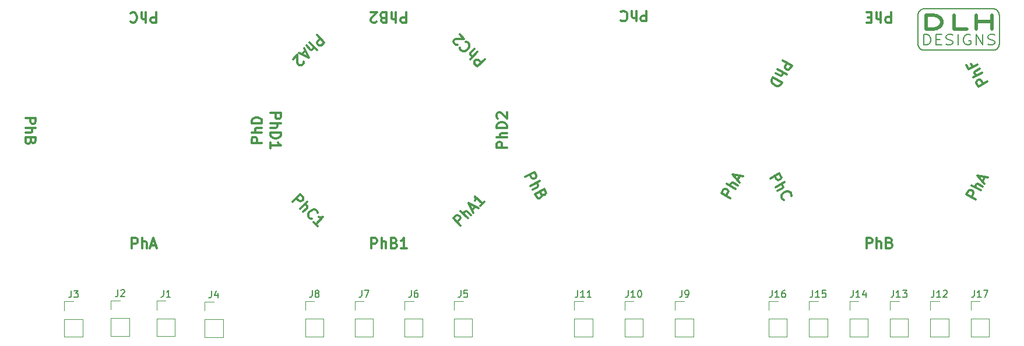
<source format=gbr>
%TF.GenerationSoftware,KiCad,Pcbnew,(6.0.5)*%
%TF.CreationDate,2022-07-10T09:12:34-07:00*%
%TF.ProjectId,micro-motor-proto-01,6d696372-6f2d-46d6-9f74-6f722d70726f,rev?*%
%TF.SameCoordinates,Original*%
%TF.FileFunction,Legend,Top*%
%TF.FilePolarity,Positive*%
%FSLAX46Y46*%
G04 Gerber Fmt 4.6, Leading zero omitted, Abs format (unit mm)*
G04 Created by KiCad (PCBNEW (6.0.5)) date 2022-07-10 09:12:34*
%MOMM*%
%LPD*%
G01*
G04 APERTURE LIST*
%ADD10C,0.198742*%
%ADD11C,0.500000*%
%ADD12C,0.150000*%
%ADD13C,0.300000*%
%ADD14C,0.120000*%
G04 APERTURE END LIST*
D10*
X161543440Y-32299762D02*
X161543440Y-32299762D01*
X161543440Y-32299762D02*
X161543440Y-32299762D01*
X161498222Y-32300967D02*
X161543440Y-32299762D01*
X161453598Y-32304543D02*
X161498222Y-32300967D01*
X161409623Y-32310431D02*
X161453598Y-32304543D01*
X161366352Y-32318574D02*
X161409623Y-32310431D01*
X161323840Y-32328914D02*
X161366352Y-32318574D01*
X161282142Y-32341391D02*
X161323840Y-32328914D01*
X161241314Y-32355949D02*
X161282142Y-32341391D01*
X161201411Y-32372528D02*
X161241314Y-32355949D01*
X161162488Y-32391071D02*
X161201411Y-32372528D01*
X161124600Y-32411519D02*
X161162488Y-32391071D01*
X161087803Y-32433815D02*
X161124600Y-32411519D01*
X161052152Y-32457900D02*
X161087803Y-32433815D01*
X161017701Y-32483715D02*
X161052152Y-32457900D01*
X160984507Y-32511204D02*
X161017701Y-32483715D01*
X160952624Y-32540306D02*
X160984507Y-32511204D01*
X160922107Y-32570966D02*
X160952624Y-32540306D01*
X160893012Y-32603123D02*
X160922107Y-32570966D01*
X160865394Y-32636721D02*
X160893012Y-32603123D01*
X160839308Y-32671700D02*
X160865394Y-32636721D01*
X160814810Y-32708003D02*
X160839308Y-32671700D01*
X160791954Y-32745572D02*
X160814810Y-32708003D01*
X160770797Y-32784348D02*
X160791954Y-32745572D01*
X160751392Y-32824273D02*
X160770797Y-32784348D01*
X160733795Y-32865289D02*
X160751392Y-32824273D01*
X160718062Y-32907337D02*
X160733795Y-32865289D01*
X160704247Y-32950361D02*
X160718062Y-32907337D01*
X160692406Y-32994300D02*
X160704247Y-32950361D01*
X160682595Y-33039098D02*
X160692406Y-32994300D01*
X160674867Y-33084696D02*
X160682595Y-33039098D01*
X160669279Y-33131036D02*
X160674867Y-33084696D01*
X160665886Y-33178060D02*
X160669279Y-33131036D01*
X160664743Y-33225709D02*
X160665886Y-33178060D01*
X160664743Y-33225709D02*
X160664743Y-33225709D01*
X160664743Y-37386292D02*
X160664743Y-33225709D01*
X160664743Y-37386292D02*
X160664743Y-37386292D01*
X160665886Y-37433941D02*
X160664743Y-37386292D01*
X160669279Y-37480965D02*
X160665886Y-37433941D01*
X160674867Y-37527305D02*
X160669279Y-37480965D01*
X160682595Y-37572903D02*
X160674867Y-37527305D01*
X160692406Y-37617701D02*
X160682595Y-37572903D01*
X160704247Y-37661641D02*
X160692406Y-37617701D01*
X160718062Y-37704664D02*
X160704247Y-37661641D01*
X160733795Y-37746713D02*
X160718062Y-37704664D01*
X160751392Y-37787729D02*
X160733795Y-37746713D01*
X160770797Y-37827654D02*
X160751392Y-37787729D01*
X160791954Y-37866430D02*
X160770797Y-37827654D01*
X160814810Y-37903998D02*
X160791954Y-37866430D01*
X160839308Y-37940301D02*
X160814810Y-37903998D01*
X160865394Y-37975281D02*
X160839308Y-37940301D01*
X160893012Y-38008878D02*
X160865394Y-37975281D01*
X160922107Y-38041036D02*
X160893012Y-38008878D01*
X160952624Y-38071695D02*
X160922107Y-38041036D01*
X160984507Y-38100798D02*
X160952624Y-38071695D01*
X161017701Y-38128287D02*
X160984507Y-38100798D01*
X161052152Y-38154102D02*
X161017701Y-38128287D01*
X161087803Y-38178187D02*
X161052152Y-38154102D01*
X161124600Y-38200483D02*
X161087803Y-38178187D01*
X161162488Y-38220931D02*
X161124600Y-38200483D01*
X161201411Y-38239474D02*
X161162488Y-38220931D01*
X161241314Y-38256053D02*
X161201411Y-38239474D01*
X161282142Y-38270611D02*
X161241314Y-38256053D01*
X161323840Y-38283088D02*
X161282142Y-38270611D01*
X161366352Y-38293427D02*
X161323840Y-38283088D01*
X161409623Y-38301570D02*
X161366352Y-38293427D01*
X161453598Y-38307459D02*
X161409623Y-38301570D01*
X161498222Y-38311035D02*
X161453598Y-38307459D01*
X161543440Y-38312239D02*
X161498222Y-38311035D01*
X161543440Y-38312239D02*
X161543440Y-38312239D01*
X171587301Y-38312239D02*
X161543440Y-38312239D01*
X171587301Y-38312239D02*
X171587301Y-38312239D01*
X171632519Y-38311035D02*
X171587301Y-38312239D01*
X171677143Y-38307459D02*
X171632519Y-38311035D01*
X171721119Y-38301570D02*
X171677143Y-38307459D01*
X171764390Y-38293427D02*
X171721119Y-38301570D01*
X171806902Y-38283088D02*
X171764390Y-38293427D01*
X171848600Y-38270611D02*
X171806902Y-38283088D01*
X171889428Y-38256053D02*
X171848600Y-38270611D01*
X171929331Y-38239474D02*
X171889428Y-38256053D01*
X171968254Y-38220931D02*
X171929331Y-38239474D01*
X172006141Y-38200483D02*
X171968254Y-38220931D01*
X172042939Y-38178187D02*
X172006141Y-38200483D01*
X172078590Y-38154102D02*
X172042939Y-38178187D01*
X172113041Y-38128287D02*
X172078590Y-38154102D01*
X172146235Y-38100798D02*
X172113041Y-38128287D01*
X172178119Y-38071695D02*
X172146235Y-38100798D01*
X172208635Y-38041036D02*
X172178119Y-38071695D01*
X172237730Y-38008878D02*
X172208635Y-38041036D01*
X172265348Y-37975281D02*
X172237730Y-38008878D01*
X172291434Y-37940301D02*
X172265348Y-37975281D01*
X172315932Y-37903998D02*
X172291434Y-37940301D01*
X172338788Y-37866430D02*
X172315932Y-37903998D01*
X172359946Y-37827654D02*
X172338788Y-37866430D01*
X172379351Y-37787729D02*
X172359946Y-37827654D01*
X172396947Y-37746713D02*
X172379351Y-37787729D01*
X172412681Y-37704664D02*
X172396947Y-37746713D01*
X172426495Y-37661641D02*
X172412681Y-37704664D01*
X172438336Y-37617701D02*
X172426495Y-37661641D01*
X172448148Y-37572903D02*
X172438336Y-37617701D01*
X172455875Y-37527305D02*
X172448148Y-37572903D01*
X172461463Y-37480965D02*
X172455875Y-37527305D01*
X172464856Y-37433941D02*
X172461463Y-37480965D01*
X172466000Y-37386292D02*
X172464856Y-37433941D01*
X172466000Y-37386292D02*
X172466000Y-37386292D01*
X172466000Y-33225709D02*
X172466000Y-37386292D01*
X172466000Y-33225709D02*
X172466000Y-33225709D01*
X172464856Y-33178060D02*
X172466000Y-33225709D01*
X172461463Y-33131036D02*
X172464856Y-33178060D01*
X172455875Y-33084696D02*
X172461463Y-33131036D01*
X172448148Y-33039098D02*
X172455875Y-33084696D01*
X172438336Y-32994300D02*
X172448148Y-33039098D01*
X172426495Y-32950361D02*
X172438336Y-32994300D01*
X172412681Y-32907337D02*
X172426495Y-32950361D01*
X172396947Y-32865289D02*
X172412681Y-32907337D01*
X172379351Y-32824273D02*
X172396947Y-32865289D01*
X172359946Y-32784348D02*
X172379351Y-32824273D01*
X172338788Y-32745572D02*
X172359946Y-32784348D01*
X172315932Y-32708003D02*
X172338788Y-32745572D01*
X172291434Y-32671700D02*
X172315932Y-32708003D01*
X172265348Y-32636721D02*
X172291434Y-32671700D01*
X172237730Y-32603123D02*
X172265348Y-32636721D01*
X172208635Y-32570966D02*
X172237730Y-32603123D01*
X172178119Y-32540306D02*
X172208635Y-32570966D01*
X172146235Y-32511204D02*
X172178119Y-32540306D01*
X172113041Y-32483715D02*
X172146235Y-32511204D01*
X172078590Y-32457900D02*
X172113041Y-32483715D01*
X172042939Y-32433815D02*
X172078590Y-32457900D01*
X172006141Y-32411519D02*
X172042939Y-32433815D01*
X171968254Y-32391071D02*
X172006141Y-32411519D01*
X171929331Y-32372528D02*
X171968254Y-32391071D01*
X171889428Y-32355949D02*
X171929331Y-32372528D01*
X171848600Y-32341391D02*
X171889428Y-32355949D01*
X171806902Y-32328914D02*
X171848600Y-32341391D01*
X171764390Y-32318574D02*
X171806902Y-32328914D01*
X171721119Y-32310431D02*
X171764390Y-32318574D01*
X171677143Y-32304543D02*
X171721119Y-32310431D01*
X171632519Y-32300967D02*
X171677143Y-32304543D01*
X171587301Y-32299762D02*
X171632519Y-32300967D01*
X171587301Y-32299762D02*
X171587301Y-32299762D01*
X161543440Y-32299762D02*
X171587301Y-32299762D01*
D11*
X161861535Y-35236523D02*
X161861535Y-33236523D01*
X162813916Y-33236523D01*
X163385344Y-33331762D01*
X163766297Y-33522238D01*
X163956773Y-33712714D01*
X164147249Y-34093666D01*
X164147249Y-34379381D01*
X163956773Y-34760333D01*
X163766297Y-34950809D01*
X163385344Y-35141285D01*
X162813916Y-35236523D01*
X161861535Y-35236523D01*
X167766297Y-35236523D02*
X165861535Y-35236523D01*
X165861535Y-33236523D01*
X169099630Y-35236523D02*
X169099630Y-33236523D01*
X169099630Y-34188904D02*
X171385344Y-34188904D01*
X171385344Y-35236523D02*
X171385344Y-33236523D01*
D12*
X161498440Y-37550333D02*
X161498440Y-36050333D01*
X161915106Y-36050333D01*
X162165106Y-36121762D01*
X162331773Y-36264619D01*
X162415106Y-36407476D01*
X162498440Y-36693190D01*
X162498440Y-36907476D01*
X162415106Y-37193190D01*
X162331773Y-37336047D01*
X162165106Y-37478904D01*
X161915106Y-37550333D01*
X161498440Y-37550333D01*
X163248440Y-36764619D02*
X163831773Y-36764619D01*
X164081773Y-37550333D02*
X163248440Y-37550333D01*
X163248440Y-36050333D01*
X164081773Y-36050333D01*
X164748440Y-37478904D02*
X164998440Y-37550333D01*
X165415106Y-37550333D01*
X165581773Y-37478904D01*
X165665106Y-37407476D01*
X165748440Y-37264619D01*
X165748440Y-37121762D01*
X165665106Y-36978904D01*
X165581773Y-36907476D01*
X165415106Y-36836047D01*
X165081773Y-36764619D01*
X164915106Y-36693190D01*
X164831773Y-36621762D01*
X164748440Y-36478904D01*
X164748440Y-36336047D01*
X164831773Y-36193190D01*
X164915106Y-36121762D01*
X165081773Y-36050333D01*
X165498440Y-36050333D01*
X165748440Y-36121762D01*
X166498440Y-37550333D02*
X166498440Y-36050333D01*
X168248440Y-36121762D02*
X168081773Y-36050333D01*
X167831773Y-36050333D01*
X167581773Y-36121762D01*
X167415106Y-36264619D01*
X167331773Y-36407476D01*
X167248440Y-36693190D01*
X167248440Y-36907476D01*
X167331773Y-37193190D01*
X167415106Y-37336047D01*
X167581773Y-37478904D01*
X167831773Y-37550333D01*
X167998440Y-37550333D01*
X168248440Y-37478904D01*
X168331773Y-37407476D01*
X168331773Y-36907476D01*
X167998440Y-36907476D01*
X169081773Y-37550333D02*
X169081773Y-36050333D01*
X170081773Y-37550333D01*
X170081773Y-36050333D01*
X170831773Y-37478904D02*
X171081773Y-37550333D01*
X171498440Y-37550333D01*
X171665106Y-37478904D01*
X171748440Y-37407476D01*
X171831773Y-37264619D01*
X171831773Y-37121762D01*
X171748440Y-36978904D01*
X171665106Y-36907476D01*
X171498440Y-36836047D01*
X171165106Y-36764619D01*
X170998440Y-36693190D01*
X170915106Y-36621762D01*
X170831773Y-36478904D01*
X170831773Y-36336047D01*
X170915106Y-36193190D01*
X170998440Y-36121762D01*
X171165106Y-36050333D01*
X171581773Y-36050333D01*
X171831773Y-36121762D01*
D13*
X94203264Y-63864343D02*
X93142603Y-62803683D01*
X93546664Y-62399622D01*
X93698187Y-62349114D01*
X93799203Y-62349114D01*
X93950725Y-62399622D01*
X94102248Y-62551145D01*
X94152756Y-62702668D01*
X94152756Y-62803683D01*
X94102248Y-62955206D01*
X93698187Y-63359267D01*
X95263924Y-62803683D02*
X94203264Y-61743023D01*
X95718492Y-62349114D02*
X95162909Y-61793531D01*
X95011386Y-61743023D01*
X94859863Y-61793531D01*
X94708340Y-61945053D01*
X94657832Y-62096576D01*
X94657832Y-62197592D01*
X95870015Y-61591500D02*
X96375092Y-61086424D01*
X96072046Y-61995561D02*
X95364939Y-60581348D01*
X96779153Y-61288454D01*
X97688290Y-60379317D02*
X97082198Y-60985409D01*
X97385244Y-60682363D02*
X96324584Y-59621703D01*
X96375092Y-59874241D01*
X96375092Y-60076271D01*
X96324584Y-60227794D01*
X121221538Y-32602669D02*
X121221538Y-34102669D01*
X120650110Y-34102669D01*
X120507252Y-34031241D01*
X120435824Y-33959812D01*
X120364395Y-33816955D01*
X120364395Y-33602669D01*
X120435824Y-33459812D01*
X120507252Y-33388383D01*
X120650110Y-33316955D01*
X121221538Y-33316955D01*
X119721538Y-32602669D02*
X119721538Y-34102669D01*
X119078681Y-32602669D02*
X119078681Y-33388383D01*
X119150110Y-33531241D01*
X119292967Y-33602669D01*
X119507252Y-33602669D01*
X119650110Y-33531241D01*
X119721538Y-33459812D01*
X117507252Y-32745526D02*
X117578681Y-32674098D01*
X117792967Y-32602669D01*
X117935824Y-32602669D01*
X118150110Y-32674098D01*
X118292967Y-32816955D01*
X118364395Y-32959812D01*
X118435824Y-33245526D01*
X118435824Y-33459812D01*
X118364395Y-33745526D01*
X118292967Y-33888383D01*
X118150110Y-34031241D01*
X117935824Y-34102669D01*
X117792967Y-34102669D01*
X117578681Y-34031241D01*
X117507252Y-33959812D01*
X66594867Y-47464286D02*
X68094867Y-47464286D01*
X68094867Y-48035715D01*
X68023439Y-48178572D01*
X67952010Y-48250001D01*
X67809153Y-48321429D01*
X67594867Y-48321429D01*
X67452010Y-48250001D01*
X67380581Y-48178572D01*
X67309153Y-48035715D01*
X67309153Y-47464286D01*
X66594867Y-48964286D02*
X68094867Y-48964286D01*
X66594867Y-49607143D02*
X67380581Y-49607143D01*
X67523439Y-49535715D01*
X67594867Y-49392858D01*
X67594867Y-49178572D01*
X67523439Y-49035715D01*
X67452010Y-48964286D01*
X66594867Y-50321429D02*
X68094867Y-50321429D01*
X68094867Y-50678572D01*
X68023439Y-50892858D01*
X67880581Y-51035715D01*
X67737724Y-51107143D01*
X67452010Y-51178572D01*
X67237724Y-51178572D01*
X66952010Y-51107143D01*
X66809153Y-51035715D01*
X66666296Y-50892858D01*
X66594867Y-50678572D01*
X66594867Y-50321429D01*
X66594867Y-52607143D02*
X66594867Y-51750001D01*
X66594867Y-52178572D02*
X68094867Y-52178572D01*
X67880581Y-52035715D01*
X67737724Y-51892858D01*
X67666296Y-51750001D01*
X65352123Y-51820043D02*
X63852123Y-51820043D01*
X63852123Y-51248615D01*
X63923552Y-51105757D01*
X63994980Y-51034329D01*
X64137837Y-50962900D01*
X64352123Y-50962900D01*
X64494980Y-51034329D01*
X64566409Y-51105757D01*
X64637837Y-51248615D01*
X64637837Y-51820043D01*
X65352123Y-50320043D02*
X63852123Y-50320043D01*
X65352123Y-49677186D02*
X64566409Y-49677186D01*
X64423552Y-49748615D01*
X64352123Y-49891472D01*
X64352123Y-50105757D01*
X64423552Y-50248615D01*
X64494980Y-50320043D01*
X65352123Y-48962900D02*
X63852123Y-48962900D01*
X63852123Y-48605757D01*
X63923552Y-48391472D01*
X64066409Y-48248615D01*
X64209266Y-48177186D01*
X64494980Y-48105757D01*
X64709266Y-48105757D01*
X64994980Y-48177186D01*
X65137837Y-48248615D01*
X65280694Y-48391472D01*
X65352123Y-48605757D01*
X65352123Y-48962900D01*
X103612317Y-56793123D02*
X104911355Y-56043123D01*
X105197070Y-56537994D01*
X105206639Y-56697427D01*
X105180494Y-56795000D01*
X105092491Y-56928287D01*
X104906914Y-57035430D01*
X104747482Y-57045000D01*
X104649909Y-57018855D01*
X104516621Y-56930852D01*
X104230907Y-56435980D01*
X104362317Y-58092161D02*
X105661355Y-57342161D01*
X104683746Y-58648892D02*
X105364194Y-58256034D01*
X105452198Y-58122747D01*
X105442628Y-57963315D01*
X105335485Y-57777738D01*
X105202198Y-57689734D01*
X105104625Y-57663589D01*
X105971337Y-59307637D02*
X106016621Y-59528928D01*
X105990476Y-59626501D01*
X105902473Y-59759789D01*
X105716896Y-59866931D01*
X105557464Y-59876501D01*
X105459890Y-59850356D01*
X105326603Y-59762353D01*
X105040889Y-59267481D01*
X106339927Y-58517481D01*
X106589927Y-58950494D01*
X106599496Y-59109926D01*
X106573352Y-59207499D01*
X106485348Y-59340787D01*
X106361630Y-59412215D01*
X106202198Y-59421785D01*
X106104625Y-59395640D01*
X105971337Y-59307637D01*
X105721337Y-58874624D01*
X156749999Y-32783086D02*
X156749999Y-34283086D01*
X156178570Y-34283086D01*
X156035713Y-34211658D01*
X155964284Y-34140229D01*
X155892856Y-33997372D01*
X155892856Y-33783086D01*
X155964284Y-33640229D01*
X156035713Y-33568800D01*
X156178570Y-33497372D01*
X156749999Y-33497372D01*
X155249999Y-32783086D02*
X155249999Y-34283086D01*
X154607141Y-32783086D02*
X154607141Y-33568800D01*
X154678570Y-33711658D01*
X154821427Y-33783086D01*
X155035713Y-33783086D01*
X155178570Y-33711658D01*
X155249999Y-33640229D01*
X153892856Y-33568800D02*
X153392856Y-33568800D01*
X153178570Y-32783086D02*
X153892856Y-32783086D01*
X153892856Y-34283086D01*
X153178570Y-34283086D01*
X81237725Y-67178571D02*
X81237725Y-65678571D01*
X81809154Y-65678571D01*
X81952011Y-65750000D01*
X82023440Y-65821428D01*
X82094868Y-65964285D01*
X82094868Y-66178571D01*
X82023440Y-66321428D01*
X81952011Y-66392857D01*
X81809154Y-66464285D01*
X81237725Y-66464285D01*
X82737725Y-67178571D02*
X82737725Y-65678571D01*
X83380582Y-67178571D02*
X83380582Y-66392857D01*
X83309154Y-66250000D01*
X83166297Y-66178571D01*
X82952011Y-66178571D01*
X82809154Y-66250000D01*
X82737725Y-66321428D01*
X84594868Y-66392857D02*
X84809154Y-66464285D01*
X84880582Y-66535714D01*
X84952011Y-66678571D01*
X84952011Y-66892857D01*
X84880582Y-67035714D01*
X84809154Y-67107142D01*
X84666297Y-67178571D01*
X84094868Y-67178571D01*
X84094868Y-65678571D01*
X84594868Y-65678571D01*
X84737725Y-65750000D01*
X84809154Y-65821428D01*
X84880582Y-65964285D01*
X84880582Y-66107142D01*
X84809154Y-66250000D01*
X84737725Y-66321428D01*
X84594868Y-66392857D01*
X84094868Y-66392857D01*
X86380582Y-67178571D02*
X85523440Y-67178571D01*
X85952011Y-67178571D02*
X85952011Y-65678571D01*
X85809154Y-65892857D01*
X85666297Y-66035714D01*
X85523440Y-66107142D01*
X133420048Y-59855140D02*
X132121010Y-59105140D01*
X132406724Y-58610269D01*
X132540011Y-58522265D01*
X132637585Y-58496120D01*
X132797017Y-58505690D01*
X132982594Y-58612833D01*
X133070597Y-58746120D01*
X133096742Y-58843693D01*
X133087172Y-59003126D01*
X132801458Y-59497997D01*
X134170048Y-58556102D02*
X132871010Y-57806102D01*
X134491476Y-57999371D02*
X133811028Y-57606514D01*
X133651596Y-57596945D01*
X133518308Y-57684948D01*
X133411165Y-57870525D01*
X133401596Y-58029957D01*
X133427740Y-58127531D01*
X134441751Y-57228355D02*
X134798894Y-56609766D01*
X134741476Y-57566359D02*
X133692438Y-56383346D01*
X135241476Y-56700333D01*
X69833333Y-60354063D02*
X70893993Y-59293403D01*
X71298054Y-59697464D01*
X71348562Y-59848987D01*
X71348562Y-59950002D01*
X71298054Y-60101525D01*
X71146532Y-60253048D01*
X70995009Y-60303556D01*
X70893993Y-60303556D01*
X70742471Y-60253048D01*
X70338410Y-59848987D01*
X70893993Y-61414723D02*
X71954654Y-60354063D01*
X71348562Y-61869292D02*
X71904146Y-61313708D01*
X71954654Y-61162185D01*
X71904146Y-61010662D01*
X71752623Y-60859139D01*
X71601100Y-60808632D01*
X71500085Y-60808632D01*
X72560745Y-62879445D02*
X72459730Y-62879445D01*
X72257699Y-62778429D01*
X72156684Y-62677414D01*
X72055669Y-62475384D01*
X72055669Y-62273353D01*
X72106177Y-62121830D01*
X72257699Y-61869292D01*
X72409222Y-61717769D01*
X72661760Y-61566246D01*
X72813283Y-61515739D01*
X73015314Y-61515739D01*
X73217344Y-61616754D01*
X73318360Y-61717769D01*
X73419375Y-61919800D01*
X73419375Y-62020815D01*
X73469882Y-63990612D02*
X72863791Y-63384521D01*
X73166837Y-63687567D02*
X74227497Y-62626906D01*
X73974959Y-62677414D01*
X73772928Y-62677414D01*
X73621405Y-62626906D01*
X169019935Y-60035558D02*
X167720897Y-59285558D01*
X168006611Y-58790687D01*
X168139898Y-58702683D01*
X168237472Y-58676538D01*
X168396904Y-58686108D01*
X168582481Y-58793251D01*
X168670484Y-58926538D01*
X168696629Y-59024111D01*
X168687059Y-59183544D01*
X168401345Y-59678415D01*
X169769935Y-58736520D02*
X168470897Y-57986520D01*
X170091363Y-58179789D02*
X169410915Y-57786932D01*
X169251483Y-57777363D01*
X169118195Y-57865366D01*
X169011052Y-58050943D01*
X169001483Y-58210375D01*
X169027627Y-58307949D01*
X170041638Y-57408773D02*
X170398781Y-56790184D01*
X170341363Y-57746777D02*
X169292325Y-56563764D01*
X170841363Y-56880751D01*
X73343613Y-36135656D02*
X74404274Y-37196316D01*
X74000213Y-37600377D01*
X73848690Y-37650885D01*
X73747674Y-37650885D01*
X73596152Y-37600377D01*
X73444629Y-37448854D01*
X73394121Y-37297331D01*
X73394121Y-37196316D01*
X73444629Y-37044793D01*
X73848690Y-36640732D01*
X72282953Y-37196316D02*
X73343613Y-38256976D01*
X71828385Y-37650885D02*
X72383968Y-38206468D01*
X72535491Y-38256976D01*
X72687014Y-38206468D01*
X72838537Y-38054946D01*
X72889045Y-37903423D01*
X72889045Y-37802407D01*
X71676862Y-38408499D02*
X71171785Y-38913575D01*
X71474831Y-38004438D02*
X72181938Y-39418651D01*
X70767724Y-38711545D01*
X71424324Y-39974235D02*
X71424324Y-40075251D01*
X71373816Y-40226774D01*
X71121278Y-40479312D01*
X70969755Y-40529819D01*
X70868740Y-40529819D01*
X70717217Y-40479312D01*
X70616201Y-40378296D01*
X70515186Y-40176266D01*
X70515186Y-38964083D01*
X69858587Y-39620682D01*
X49994981Y-32820043D02*
X49994981Y-34320043D01*
X49423553Y-34320043D01*
X49280695Y-34248615D01*
X49209267Y-34177186D01*
X49137838Y-34034329D01*
X49137838Y-33820043D01*
X49209267Y-33677186D01*
X49280695Y-33605757D01*
X49423553Y-33534329D01*
X49994981Y-33534329D01*
X48494981Y-32820043D02*
X48494981Y-34320043D01*
X47852124Y-32820043D02*
X47852124Y-33605757D01*
X47923553Y-33748615D01*
X48066410Y-33820043D01*
X48280695Y-33820043D01*
X48423553Y-33748615D01*
X48494981Y-33677186D01*
X46280695Y-32962900D02*
X46352124Y-32891472D01*
X46566410Y-32820043D01*
X46709267Y-32820043D01*
X46923553Y-32891472D01*
X47066410Y-33034329D01*
X47137838Y-33177186D01*
X47209267Y-33462900D01*
X47209267Y-33677186D01*
X47137838Y-33962900D01*
X47066410Y-34105757D01*
X46923553Y-34248615D01*
X46709267Y-34320043D01*
X46566410Y-34320043D01*
X46352124Y-34248615D01*
X46280695Y-34177186D01*
X30994980Y-48177186D02*
X32494980Y-48177186D01*
X32494980Y-48748615D01*
X32423552Y-48891472D01*
X32352123Y-48962900D01*
X32209266Y-49034329D01*
X31994980Y-49034329D01*
X31852123Y-48962900D01*
X31780694Y-48891472D01*
X31709266Y-48748615D01*
X31709266Y-48177186D01*
X30994980Y-49677186D02*
X32494980Y-49677186D01*
X30994980Y-50320043D02*
X31780694Y-50320043D01*
X31923552Y-50248615D01*
X31994980Y-50105757D01*
X31994980Y-49891472D01*
X31923552Y-49748615D01*
X31852123Y-49677186D01*
X31780694Y-51534329D02*
X31709266Y-51748615D01*
X31637837Y-51820043D01*
X31494980Y-51891472D01*
X31280694Y-51891472D01*
X31137837Y-51820043D01*
X31066409Y-51748615D01*
X30994980Y-51605757D01*
X30994980Y-51034329D01*
X32494980Y-51034329D01*
X32494980Y-51534329D01*
X32423552Y-51677186D01*
X32352123Y-51748615D01*
X32209266Y-51820043D01*
X32066409Y-51820043D01*
X31923552Y-51748615D01*
X31852123Y-51677186D01*
X31780694Y-51534329D01*
X31780694Y-51034329D01*
X46459266Y-67177186D02*
X46459266Y-65677186D01*
X47030694Y-65677186D01*
X47173552Y-65748615D01*
X47244980Y-65820043D01*
X47316409Y-65962900D01*
X47316409Y-66177186D01*
X47244980Y-66320043D01*
X47173552Y-66391472D01*
X47030694Y-66462900D01*
X46459266Y-66462900D01*
X47959266Y-67177186D02*
X47959266Y-65677186D01*
X48602123Y-67177186D02*
X48602123Y-66391472D01*
X48530694Y-66248615D01*
X48387837Y-66177186D01*
X48173552Y-66177186D01*
X48030694Y-66248615D01*
X47959266Y-66320043D01*
X49244980Y-66748615D02*
X49959266Y-66748615D01*
X49102123Y-67177186D02*
X49602123Y-65677186D01*
X50102123Y-67177186D01*
X139212205Y-56973540D02*
X140511243Y-56223540D01*
X140796958Y-56718411D01*
X140806527Y-56877844D01*
X140780382Y-56975417D01*
X140692379Y-57108704D01*
X140506802Y-57215847D01*
X140347370Y-57225417D01*
X140249797Y-57199272D01*
X140116509Y-57111269D01*
X139830795Y-56616397D01*
X139962205Y-58272578D02*
X141261243Y-57522578D01*
X140283634Y-58829309D02*
X140964082Y-58436451D01*
X141052086Y-58303164D01*
X141042516Y-58143732D01*
X140935373Y-57958155D01*
X140802086Y-57870151D01*
X140704513Y-57844006D01*
X141193066Y-60118777D02*
X141095493Y-60092632D01*
X140926491Y-59942770D01*
X140855062Y-59819052D01*
X140809778Y-59597761D01*
X140862068Y-59402614D01*
X140950071Y-59269327D01*
X141161793Y-59064611D01*
X141347370Y-58957468D01*
X141630520Y-58876470D01*
X141789952Y-58866900D01*
X141985099Y-58919189D01*
X142154100Y-59069052D01*
X142225529Y-59192770D01*
X142270813Y-59414061D01*
X142244668Y-59511634D01*
X86309152Y-32821428D02*
X86309152Y-34321428D01*
X85737723Y-34321428D01*
X85594866Y-34250000D01*
X85523438Y-34178571D01*
X85452009Y-34035714D01*
X85452009Y-33821428D01*
X85523438Y-33678571D01*
X85594866Y-33607142D01*
X85737723Y-33535714D01*
X86309152Y-33535714D01*
X84809152Y-32821428D02*
X84809152Y-34321428D01*
X84166295Y-32821428D02*
X84166295Y-33607142D01*
X84237723Y-33750000D01*
X84380580Y-33821428D01*
X84594866Y-33821428D01*
X84737723Y-33750000D01*
X84809152Y-33678571D01*
X82952009Y-33607142D02*
X82737723Y-33535714D01*
X82666295Y-33464285D01*
X82594866Y-33321428D01*
X82594866Y-33107142D01*
X82666295Y-32964285D01*
X82737723Y-32892857D01*
X82880580Y-32821428D01*
X83452009Y-32821428D01*
X83452009Y-34321428D01*
X82952009Y-34321428D01*
X82809152Y-34250000D01*
X82737723Y-34178571D01*
X82666295Y-34035714D01*
X82666295Y-33892857D01*
X82737723Y-33750000D01*
X82809152Y-33678571D01*
X82952009Y-33607142D01*
X83452009Y-33607142D01*
X82023438Y-34178571D02*
X81952009Y-34250000D01*
X81809152Y-34321428D01*
X81452009Y-34321428D01*
X81309152Y-34250000D01*
X81237723Y-34178571D01*
X81166295Y-34035714D01*
X81166295Y-33892857D01*
X81237723Y-33678571D01*
X82094866Y-32821428D01*
X81166295Y-32821428D01*
X97713544Y-39645936D02*
X96652884Y-40706596D01*
X96248823Y-40302535D01*
X96198315Y-40151012D01*
X96198315Y-40049997D01*
X96248823Y-39898474D01*
X96400345Y-39746951D01*
X96551868Y-39696443D01*
X96652884Y-39696443D01*
X96804406Y-39746951D01*
X97208467Y-40151012D01*
X96652884Y-38585276D02*
X95592223Y-39645936D01*
X96198315Y-38130707D02*
X95642731Y-38686291D01*
X95592223Y-38837814D01*
X95642731Y-38989337D01*
X95794254Y-39140860D01*
X95945777Y-39191367D01*
X96046792Y-39191367D01*
X94986132Y-37120554D02*
X95087147Y-37120554D01*
X95289178Y-37221570D01*
X95390193Y-37322585D01*
X95491208Y-37524615D01*
X95491208Y-37726646D01*
X95440701Y-37878169D01*
X95289178Y-38130707D01*
X95137655Y-38282230D01*
X94885117Y-38433753D01*
X94733594Y-38484260D01*
X94531563Y-38484260D01*
X94329533Y-38383245D01*
X94228517Y-38282230D01*
X94127502Y-38080199D01*
X94127502Y-37979184D01*
X93723441Y-37575123D02*
X93622426Y-37575123D01*
X93470903Y-37524615D01*
X93218365Y-37272077D01*
X93167857Y-37120554D01*
X93167857Y-37019539D01*
X93218365Y-36868016D01*
X93319380Y-36767001D01*
X93521411Y-36665986D01*
X94733594Y-36665986D01*
X94076995Y-36009387D01*
X153178570Y-67140229D02*
X153178570Y-65640229D01*
X153749999Y-65640229D01*
X153892856Y-65711658D01*
X153964284Y-65783086D01*
X154035713Y-65925943D01*
X154035713Y-66140229D01*
X153964284Y-66283086D01*
X153892856Y-66354515D01*
X153749999Y-66425943D01*
X153178570Y-66425943D01*
X154678570Y-67140229D02*
X154678570Y-65640229D01*
X155321427Y-67140229D02*
X155321427Y-66354515D01*
X155249999Y-66211658D01*
X155107141Y-66140229D01*
X154892856Y-66140229D01*
X154749999Y-66211658D01*
X154678570Y-66283086D01*
X156535713Y-66354515D02*
X156749999Y-66425943D01*
X156821427Y-66497372D01*
X156892856Y-66640229D01*
X156892856Y-66854515D01*
X156821427Y-66997372D01*
X156749999Y-67068800D01*
X156607141Y-67140229D01*
X156035713Y-67140229D01*
X156035713Y-65640229D01*
X156535713Y-65640229D01*
X156678570Y-65711658D01*
X156749999Y-65783086D01*
X156821427Y-65925943D01*
X156821427Y-66068800D01*
X156749999Y-66211658D01*
X156678570Y-66283086D01*
X156535713Y-66354515D01*
X156035713Y-66354515D01*
X141033634Y-39794968D02*
X142332672Y-40544968D01*
X142046958Y-41039840D01*
X141913670Y-41127844D01*
X141816097Y-41153988D01*
X141656665Y-41144419D01*
X141471088Y-41037276D01*
X141383084Y-40903988D01*
X141356939Y-40806415D01*
X141366509Y-40646983D01*
X141652223Y-40152111D01*
X140283634Y-41094006D02*
X141582672Y-41844006D01*
X139962205Y-41650737D02*
X140642654Y-42043594D01*
X140802086Y-42053164D01*
X140935373Y-41965160D01*
X141042516Y-41779583D01*
X141052086Y-41620151D01*
X141025941Y-41522578D01*
X139605062Y-42269327D02*
X140904100Y-43019327D01*
X140725529Y-43328621D01*
X140556527Y-43478484D01*
X140361381Y-43530773D01*
X140201948Y-43521204D01*
X139918798Y-43440206D01*
X139733221Y-43333063D01*
X139521500Y-43128347D01*
X139433496Y-42995059D01*
X139381207Y-42799913D01*
X139426491Y-42578621D01*
X139605062Y-42269327D01*
X170734220Y-42856987D02*
X169435182Y-43606987D01*
X169149468Y-43112115D01*
X169139898Y-42952683D01*
X169166043Y-42855110D01*
X169254047Y-42721822D01*
X169439624Y-42614679D01*
X169599056Y-42605110D01*
X169696629Y-42631254D01*
X169829917Y-42719258D01*
X170115631Y-43214130D01*
X169984220Y-41557949D02*
X168685182Y-42307949D01*
X169662792Y-41001218D02*
X168982343Y-41394075D01*
X168894340Y-41527363D01*
X168903909Y-41686795D01*
X169011052Y-41872372D01*
X169144340Y-41960375D01*
X169241913Y-41986520D01*
X168375200Y-40342473D02*
X168625200Y-40775486D01*
X169305649Y-40382628D02*
X168006611Y-41132628D01*
X167649468Y-40514039D01*
X100952010Y-52535713D02*
X99452010Y-52535713D01*
X99452010Y-51964284D01*
X99523439Y-51821427D01*
X99594867Y-51749999D01*
X99737724Y-51678570D01*
X99952010Y-51678570D01*
X100094867Y-51749999D01*
X100166296Y-51821427D01*
X100237724Y-51964284D01*
X100237724Y-52535713D01*
X100952010Y-51035713D02*
X99452010Y-51035713D01*
X100952010Y-50392856D02*
X100166296Y-50392856D01*
X100023439Y-50464284D01*
X99952010Y-50607141D01*
X99952010Y-50821427D01*
X100023439Y-50964284D01*
X100094867Y-51035713D01*
X100952010Y-49678570D02*
X99452010Y-49678570D01*
X99452010Y-49321427D01*
X99523439Y-49107141D01*
X99666296Y-48964284D01*
X99809153Y-48892856D01*
X100094867Y-48821427D01*
X100309153Y-48821427D01*
X100594867Y-48892856D01*
X100737724Y-48964284D01*
X100880581Y-49107141D01*
X100952010Y-49321427D01*
X100952010Y-49678570D01*
X99594867Y-48249999D02*
X99523439Y-48178570D01*
X99452010Y-48035713D01*
X99452010Y-47678570D01*
X99523439Y-47535713D01*
X99594867Y-47464284D01*
X99737724Y-47392856D01*
X99880581Y-47392856D01*
X100094867Y-47464284D01*
X100952010Y-48321427D01*
X100952010Y-47392856D01*
D12*
%TO.C,J17*%
X168847796Y-73294038D02*
X168847796Y-74008324D01*
X168800177Y-74151181D01*
X168704939Y-74246419D01*
X168562081Y-74294038D01*
X168466843Y-74294038D01*
X169847796Y-74294038D02*
X169276367Y-74294038D01*
X169562081Y-74294038D02*
X169562081Y-73294038D01*
X169466843Y-73436896D01*
X169371605Y-73532134D01*
X169276367Y-73579753D01*
X170181129Y-73294038D02*
X170847796Y-73294038D01*
X170419224Y-74294038D01*
%TO.C,J5*%
X94236911Y-73294038D02*
X94236911Y-74008324D01*
X94189292Y-74151181D01*
X94094054Y-74246419D01*
X93951197Y-74294038D01*
X93855959Y-74294038D01*
X95189292Y-73294038D02*
X94713102Y-73294038D01*
X94665483Y-73770229D01*
X94713102Y-73722610D01*
X94808340Y-73674991D01*
X95046435Y-73674991D01*
X95141673Y-73722610D01*
X95189292Y-73770229D01*
X95236911Y-73865467D01*
X95236911Y-74103562D01*
X95189292Y-74198800D01*
X95141673Y-74246419D01*
X95046435Y-74294038D01*
X94808340Y-74294038D01*
X94713102Y-74246419D01*
X94665483Y-74198800D01*
%TO.C,J3*%
X37652718Y-73310509D02*
X37652718Y-74024795D01*
X37605099Y-74167652D01*
X37509861Y-74262890D01*
X37367004Y-74310509D01*
X37271766Y-74310509D01*
X38033671Y-73310509D02*
X38652718Y-73310509D01*
X38319385Y-73691462D01*
X38462242Y-73691462D01*
X38557480Y-73739081D01*
X38605099Y-73786700D01*
X38652718Y-73881938D01*
X38652718Y-74120033D01*
X38605099Y-74215271D01*
X38557480Y-74262890D01*
X38462242Y-74310509D01*
X38176528Y-74310509D01*
X38081290Y-74262890D01*
X38033671Y-74215271D01*
%TO.C,J6*%
X87039039Y-73294038D02*
X87039039Y-74008324D01*
X86991420Y-74151181D01*
X86896182Y-74246419D01*
X86753325Y-74294038D01*
X86658087Y-74294038D01*
X87943801Y-73294038D02*
X87753325Y-73294038D01*
X87658087Y-73341658D01*
X87610468Y-73389277D01*
X87515230Y-73532134D01*
X87467611Y-73722610D01*
X87467611Y-74103562D01*
X87515230Y-74198800D01*
X87562849Y-74246419D01*
X87658087Y-74294038D01*
X87848563Y-74294038D01*
X87943801Y-74246419D01*
X87991420Y-74198800D01*
X88039039Y-74103562D01*
X88039039Y-73865467D01*
X87991420Y-73770229D01*
X87943801Y-73722610D01*
X87848563Y-73674991D01*
X87658087Y-73674991D01*
X87562849Y-73722610D01*
X87515230Y-73770229D01*
X87467611Y-73865467D01*
%TO.C,J13*%
X157100509Y-73294038D02*
X157100509Y-74008324D01*
X157052890Y-74151181D01*
X156957652Y-74246419D01*
X156814794Y-74294038D01*
X156719556Y-74294038D01*
X158100509Y-74294038D02*
X157529080Y-74294038D01*
X157814794Y-74294038D02*
X157814794Y-73294038D01*
X157719556Y-73436896D01*
X157624318Y-73532134D01*
X157529080Y-73579753D01*
X158433842Y-73294038D02*
X159052890Y-73294038D01*
X158719556Y-73674991D01*
X158862413Y-73674991D01*
X158957652Y-73722610D01*
X159005271Y-73770229D01*
X159052890Y-73865467D01*
X159052890Y-74103562D01*
X159005271Y-74198800D01*
X158957652Y-74246419D01*
X158862413Y-74294038D01*
X158576699Y-74294038D01*
X158481461Y-74246419D01*
X158433842Y-74198800D01*
%TO.C,J14*%
X151226867Y-73294038D02*
X151226867Y-74008324D01*
X151179248Y-74151181D01*
X151084010Y-74246419D01*
X150941152Y-74294038D01*
X150845914Y-74294038D01*
X152226867Y-74294038D02*
X151655438Y-74294038D01*
X151941152Y-74294038D02*
X151941152Y-73294038D01*
X151845914Y-73436896D01*
X151750676Y-73532134D01*
X151655438Y-73579753D01*
X153084010Y-73627372D02*
X153084010Y-74294038D01*
X152845914Y-73246419D02*
X152607819Y-73960705D01*
X153226867Y-73960705D01*
%TO.C,J16*%
X139479583Y-73294038D02*
X139479583Y-74008324D01*
X139431964Y-74151181D01*
X139336726Y-74246419D01*
X139193868Y-74294038D01*
X139098630Y-74294038D01*
X140479583Y-74294038D02*
X139908154Y-74294038D01*
X140193868Y-74294038D02*
X140193868Y-73294038D01*
X140098630Y-73436896D01*
X140003392Y-73532134D01*
X139908154Y-73579753D01*
X141336726Y-73294038D02*
X141146249Y-73294038D01*
X141051011Y-73341658D01*
X141003392Y-73389277D01*
X140908154Y-73532134D01*
X140860535Y-73722610D01*
X140860535Y-74103562D01*
X140908154Y-74198800D01*
X140955773Y-74246419D01*
X141051011Y-74294038D01*
X141241487Y-74294038D01*
X141336726Y-74246419D01*
X141384345Y-74198800D01*
X141431964Y-74103562D01*
X141431964Y-73865467D01*
X141384345Y-73770229D01*
X141336726Y-73722610D01*
X141241487Y-73674991D01*
X141051011Y-73674991D01*
X140955773Y-73722610D01*
X140908154Y-73770229D01*
X140860535Y-73865467D01*
%TO.C,J8*%
X72643299Y-73294038D02*
X72643299Y-74008324D01*
X72595680Y-74151181D01*
X72500442Y-74246419D01*
X72357585Y-74294038D01*
X72262347Y-74294038D01*
X73262347Y-73722610D02*
X73167109Y-73674991D01*
X73119490Y-73627372D01*
X73071871Y-73532134D01*
X73071871Y-73484515D01*
X73119490Y-73389277D01*
X73167109Y-73341658D01*
X73262347Y-73294038D01*
X73452823Y-73294038D01*
X73548061Y-73341658D01*
X73595680Y-73389277D01*
X73643299Y-73484515D01*
X73643299Y-73532134D01*
X73595680Y-73627372D01*
X73548061Y-73674991D01*
X73452823Y-73722610D01*
X73262347Y-73722610D01*
X73167109Y-73770229D01*
X73119490Y-73817848D01*
X73071871Y-73913086D01*
X73071871Y-74103562D01*
X73119490Y-74198800D01*
X73167109Y-74246419D01*
X73262347Y-74294038D01*
X73452823Y-74294038D01*
X73548061Y-74246419D01*
X73595680Y-74198800D01*
X73643299Y-74103562D01*
X73643299Y-73913086D01*
X73595680Y-73817848D01*
X73548061Y-73770229D01*
X73452823Y-73722610D01*
%TO.C,J9*%
X126376141Y-73294038D02*
X126376141Y-74008324D01*
X126328522Y-74151181D01*
X126233284Y-74246419D01*
X126090427Y-74294038D01*
X125995189Y-74294038D01*
X126899951Y-74294038D02*
X127090427Y-74294038D01*
X127185665Y-74246419D01*
X127233284Y-74198800D01*
X127328522Y-74055943D01*
X127376141Y-73865467D01*
X127376141Y-73484515D01*
X127328522Y-73389277D01*
X127280903Y-73341658D01*
X127185665Y-73294038D01*
X126995189Y-73294038D01*
X126899951Y-73341658D01*
X126852332Y-73389277D01*
X126804713Y-73484515D01*
X126804713Y-73722610D01*
X126852332Y-73817848D01*
X126899951Y-73865467D01*
X126995189Y-73913086D01*
X127185665Y-73913086D01*
X127280903Y-73865467D01*
X127328522Y-73817848D01*
X127376141Y-73722610D01*
%TO.C,J11*%
X111227653Y-73294038D02*
X111227653Y-74008324D01*
X111180034Y-74151181D01*
X111084796Y-74246419D01*
X110941938Y-74294038D01*
X110846700Y-74294038D01*
X112227653Y-74294038D02*
X111656224Y-74294038D01*
X111941938Y-74294038D02*
X111941938Y-73294038D01*
X111846700Y-73436896D01*
X111751462Y-73532134D01*
X111656224Y-73579753D01*
X113180034Y-74294038D02*
X112608605Y-74294038D01*
X112894319Y-74294038D02*
X112894319Y-73294038D01*
X112799081Y-73436896D01*
X112703843Y-73532134D01*
X112608605Y-73579753D01*
%TO.C,J1*%
X51052718Y-73245509D02*
X51052718Y-73959795D01*
X51005099Y-74102652D01*
X50909861Y-74197890D01*
X50767004Y-74245509D01*
X50671766Y-74245509D01*
X52052718Y-74245509D02*
X51481290Y-74245509D01*
X51767004Y-74245509D02*
X51767004Y-73245509D01*
X51671766Y-73388367D01*
X51576528Y-73483605D01*
X51481290Y-73531224D01*
%TO.C,J15*%
X145353225Y-73294038D02*
X145353225Y-74008324D01*
X145305606Y-74151181D01*
X145210368Y-74246419D01*
X145067510Y-74294038D01*
X144972272Y-74294038D01*
X146353225Y-74294038D02*
X145781796Y-74294038D01*
X146067510Y-74294038D02*
X146067510Y-73294038D01*
X145972272Y-73436896D01*
X145877034Y-73532134D01*
X145781796Y-73579753D01*
X147257987Y-73294038D02*
X146781796Y-73294038D01*
X146734177Y-73770229D01*
X146781796Y-73722610D01*
X146877034Y-73674991D01*
X147115129Y-73674991D01*
X147210368Y-73722610D01*
X147257987Y-73770229D01*
X147305606Y-73865467D01*
X147305606Y-74103562D01*
X147257987Y-74198800D01*
X147210368Y-74246419D01*
X147115129Y-74294038D01*
X146877034Y-74294038D01*
X146781796Y-74246419D01*
X146734177Y-74198800D01*
%TO.C,J2*%
X44423551Y-73212567D02*
X44423551Y-73926853D01*
X44375932Y-74069710D01*
X44280694Y-74164948D01*
X44137837Y-74212567D01*
X44042599Y-74212567D01*
X44852123Y-73307806D02*
X44899742Y-73260187D01*
X44994980Y-73212567D01*
X45233075Y-73212567D01*
X45328313Y-73260187D01*
X45375932Y-73307806D01*
X45423551Y-73403044D01*
X45423551Y-73498282D01*
X45375932Y-73641139D01*
X44804504Y-74212567D01*
X45423551Y-74212567D01*
%TO.C,J4*%
X58027718Y-73385509D02*
X58027718Y-74099795D01*
X57980099Y-74242652D01*
X57884861Y-74337890D01*
X57742004Y-74385509D01*
X57646766Y-74385509D01*
X58932480Y-73718843D02*
X58932480Y-74385509D01*
X58694385Y-73337890D02*
X58456290Y-74052176D01*
X59075337Y-74052176D01*
%TO.C,J12*%
X162974151Y-73294038D02*
X162974151Y-74008324D01*
X162926532Y-74151181D01*
X162831294Y-74246419D01*
X162688436Y-74294038D01*
X162593198Y-74294038D01*
X163974151Y-74294038D02*
X163402722Y-74294038D01*
X163688436Y-74294038D02*
X163688436Y-73294038D01*
X163593198Y-73436896D01*
X163497960Y-73532134D01*
X163402722Y-73579753D01*
X164355103Y-73389277D02*
X164402722Y-73341658D01*
X164497960Y-73294038D01*
X164736055Y-73294038D01*
X164831294Y-73341658D01*
X164878913Y-73389277D01*
X164926532Y-73484515D01*
X164926532Y-73579753D01*
X164878913Y-73722610D01*
X164307484Y-74294038D01*
X164926532Y-74294038D01*
%TO.C,J10*%
X118563802Y-73294038D02*
X118563802Y-74008324D01*
X118516183Y-74151181D01*
X118420945Y-74246419D01*
X118278087Y-74294038D01*
X118182849Y-74294038D01*
X119563802Y-74294038D02*
X118992373Y-74294038D01*
X119278087Y-74294038D02*
X119278087Y-73294038D01*
X119182849Y-73436896D01*
X119087611Y-73532134D01*
X118992373Y-73579753D01*
X120182849Y-73294038D02*
X120278087Y-73294038D01*
X120373326Y-73341658D01*
X120420945Y-73389277D01*
X120468564Y-73484515D01*
X120516183Y-73674991D01*
X120516183Y-73913086D01*
X120468564Y-74103562D01*
X120420945Y-74198800D01*
X120373326Y-74246419D01*
X120278087Y-74294038D01*
X120182849Y-74294038D01*
X120087611Y-74246419D01*
X120039992Y-74198800D01*
X119992373Y-74103562D01*
X119944754Y-73913086D01*
X119944754Y-73674991D01*
X119992373Y-73484515D01*
X120039992Y-73389277D01*
X120087611Y-73341658D01*
X120182849Y-73294038D01*
%TO.C,J7*%
X79841169Y-73294038D02*
X79841169Y-74008324D01*
X79793550Y-74151181D01*
X79698312Y-74246419D01*
X79555455Y-74294038D01*
X79460217Y-74294038D01*
X80222122Y-73294038D02*
X80888788Y-73294038D01*
X80460217Y-74294038D01*
D14*
%TO.C,J17*%
X168327320Y-77441658D02*
X170987320Y-77441658D01*
X168327320Y-80041658D02*
X170987320Y-80041658D01*
X168327320Y-76171658D02*
X168327320Y-74841658D01*
X168327320Y-77441658D02*
X168327320Y-80041658D01*
X170987320Y-77441658D02*
X170987320Y-80041658D01*
X168327320Y-74841658D02*
X169657320Y-74841658D01*
%TO.C,J5*%
X93240245Y-74841658D02*
X94570245Y-74841658D01*
X93240245Y-77441658D02*
X95900245Y-77441658D01*
X93240245Y-80041658D02*
X95900245Y-80041658D01*
X95900245Y-77441658D02*
X95900245Y-80041658D01*
X93240245Y-76171658D02*
X93240245Y-74841658D01*
X93240245Y-77441658D02*
X93240245Y-80041658D01*
%TO.C,J3*%
X36656052Y-77458129D02*
X39316052Y-77458129D01*
X36656052Y-77458129D02*
X36656052Y-80058129D01*
X36656052Y-80058129D02*
X39316052Y-80058129D01*
X36656052Y-74858129D02*
X37986052Y-74858129D01*
X36656052Y-76188129D02*
X36656052Y-74858129D01*
X39316052Y-77458129D02*
X39316052Y-80058129D01*
%TO.C,J6*%
X86042373Y-77441658D02*
X88702373Y-77441658D01*
X86042373Y-77441658D02*
X86042373Y-80041658D01*
X86042373Y-80041658D02*
X88702373Y-80041658D01*
X88702373Y-77441658D02*
X88702373Y-80041658D01*
X86042373Y-76171658D02*
X86042373Y-74841658D01*
X86042373Y-74841658D02*
X87372373Y-74841658D01*
%TO.C,J13*%
X156580033Y-77441658D02*
X159240033Y-77441658D01*
X156580033Y-77441658D02*
X156580033Y-80041658D01*
X156580033Y-80041658D02*
X159240033Y-80041658D01*
X159240033Y-77441658D02*
X159240033Y-80041658D01*
X156580033Y-76171658D02*
X156580033Y-74841658D01*
X156580033Y-74841658D02*
X157910033Y-74841658D01*
%TO.C,J14*%
X150706391Y-76171658D02*
X150706391Y-74841658D01*
X150706391Y-77441658D02*
X153366391Y-77441658D01*
X153366391Y-77441658D02*
X153366391Y-80041658D01*
X150706391Y-80041658D02*
X153366391Y-80041658D01*
X150706391Y-74841658D02*
X152036391Y-74841658D01*
X150706391Y-77441658D02*
X150706391Y-80041658D01*
%TO.C,J16*%
X141619107Y-77441658D02*
X141619107Y-80041658D01*
X138959107Y-80041658D02*
X141619107Y-80041658D01*
X138959107Y-74841658D02*
X140289107Y-74841658D01*
X138959107Y-77441658D02*
X138959107Y-80041658D01*
X138959107Y-76171658D02*
X138959107Y-74841658D01*
X138959107Y-77441658D02*
X141619107Y-77441658D01*
%TO.C,J8*%
X71646633Y-76171658D02*
X71646633Y-74841658D01*
X71646633Y-74841658D02*
X72976633Y-74841658D01*
X74306633Y-77441658D02*
X74306633Y-80041658D01*
X71646633Y-77441658D02*
X71646633Y-80041658D01*
X71646633Y-80041658D02*
X74306633Y-80041658D01*
X71646633Y-77441658D02*
X74306633Y-77441658D01*
%TO.C,J9*%
X125379475Y-80041658D02*
X128039475Y-80041658D01*
X128039475Y-77441658D02*
X128039475Y-80041658D01*
X125379475Y-77441658D02*
X128039475Y-77441658D01*
X125379475Y-76171658D02*
X125379475Y-74841658D01*
X125379475Y-77441658D02*
X125379475Y-80041658D01*
X125379475Y-74841658D02*
X126709475Y-74841658D01*
%TO.C,J11*%
X110707177Y-80041658D02*
X113367177Y-80041658D01*
X110707177Y-77441658D02*
X110707177Y-80041658D01*
X110707177Y-74841658D02*
X112037177Y-74841658D01*
X113367177Y-77441658D02*
X113367177Y-80041658D01*
X110707177Y-77441658D02*
X113367177Y-77441658D01*
X110707177Y-76171658D02*
X110707177Y-74841658D01*
%TO.C,J1*%
X50056052Y-79993129D02*
X52716052Y-79993129D01*
X52716052Y-77393129D02*
X52716052Y-79993129D01*
X50056052Y-76123129D02*
X50056052Y-74793129D01*
X50056052Y-74793129D02*
X51386052Y-74793129D01*
X50056052Y-77393129D02*
X50056052Y-79993129D01*
X50056052Y-77393129D02*
X52716052Y-77393129D01*
%TO.C,J15*%
X147492749Y-77441658D02*
X147492749Y-80041658D01*
X144832749Y-80041658D02*
X147492749Y-80041658D01*
X144832749Y-77441658D02*
X147492749Y-77441658D01*
X144832749Y-74841658D02*
X146162749Y-74841658D01*
X144832749Y-76171658D02*
X144832749Y-74841658D01*
X144832749Y-77441658D02*
X144832749Y-80041658D01*
%TO.C,J2*%
X43426885Y-76090187D02*
X43426885Y-74760187D01*
X43426885Y-74760187D02*
X44756885Y-74760187D01*
X43426885Y-79960187D02*
X46086885Y-79960187D01*
X43426885Y-77360187D02*
X43426885Y-79960187D01*
X46086885Y-77360187D02*
X46086885Y-79960187D01*
X43426885Y-77360187D02*
X46086885Y-77360187D01*
%TO.C,J4*%
X57031052Y-77533129D02*
X59691052Y-77533129D01*
X57031052Y-74933129D02*
X58361052Y-74933129D01*
X57031052Y-77533129D02*
X57031052Y-80133129D01*
X57031052Y-80133129D02*
X59691052Y-80133129D01*
X57031052Y-76263129D02*
X57031052Y-74933129D01*
X59691052Y-77533129D02*
X59691052Y-80133129D01*
%TO.C,J12*%
X162453675Y-74841658D02*
X163783675Y-74841658D01*
X162453675Y-80041658D02*
X165113675Y-80041658D01*
X165113675Y-77441658D02*
X165113675Y-80041658D01*
X162453675Y-77441658D02*
X165113675Y-77441658D01*
X162453675Y-77441658D02*
X162453675Y-80041658D01*
X162453675Y-76171658D02*
X162453675Y-74841658D01*
%TO.C,J10*%
X120703326Y-77441658D02*
X120703326Y-80041658D01*
X118043326Y-76171658D02*
X118043326Y-74841658D01*
X118043326Y-77441658D02*
X120703326Y-77441658D01*
X118043326Y-74841658D02*
X119373326Y-74841658D01*
X118043326Y-77441658D02*
X118043326Y-80041658D01*
X118043326Y-80041658D02*
X120703326Y-80041658D01*
%TO.C,J7*%
X78844503Y-80041658D02*
X81504503Y-80041658D01*
X78844503Y-76171658D02*
X78844503Y-74841658D01*
X78844503Y-77441658D02*
X81504503Y-77441658D01*
X78844503Y-77441658D02*
X78844503Y-80041658D01*
X81504503Y-77441658D02*
X81504503Y-80041658D01*
X78844503Y-74841658D02*
X80174503Y-74841658D01*
%TD*%
M02*

</source>
